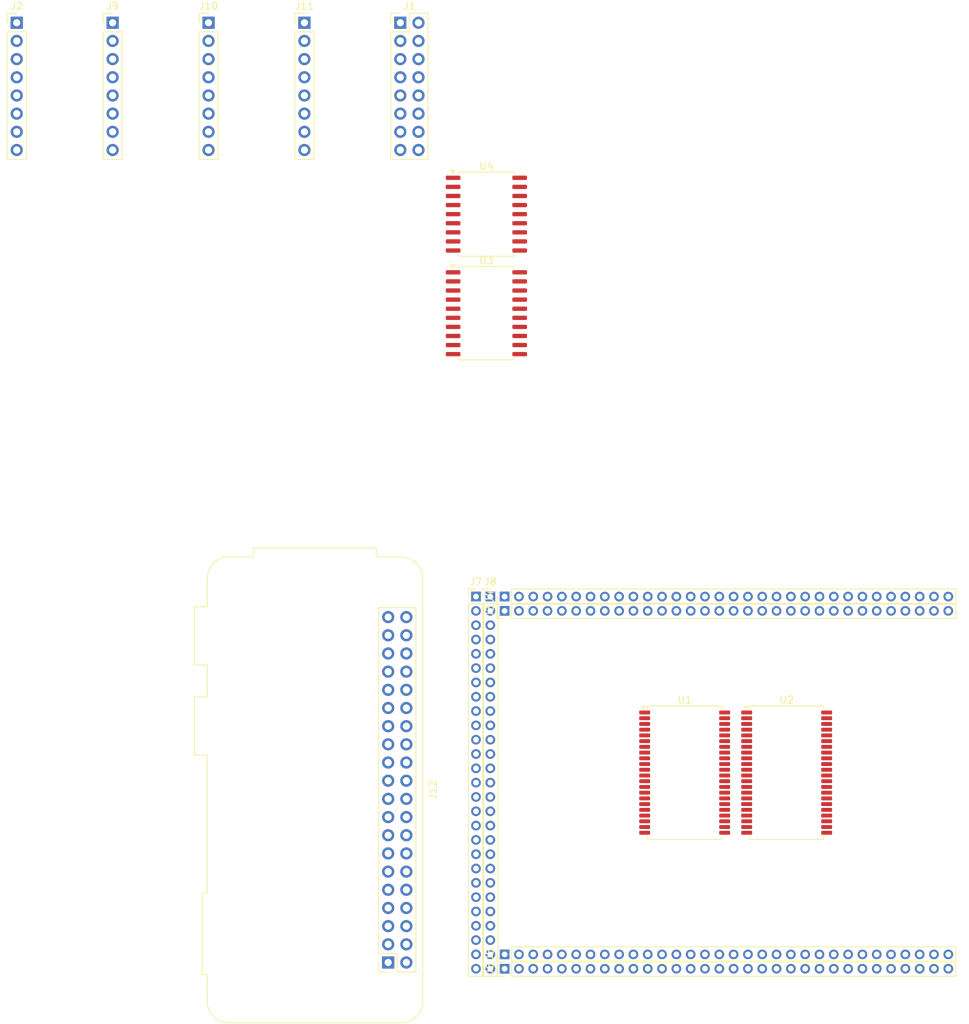
<source format=kicad_pcb>
(kicad_pcb (version 20240108) (generator "pcbnew") (generator_version "8.0")
  (layers (0 "F.Cu" signal) (31 "B.Cu" signal) (34 "B.Paste" user) (35 "F.Paste" user) (36 "B.SilkS" user "B.Silkscreen") (37 "F.SilkS" user "F.Silkscreen") (38 "B.Mask" user) (39 "F.Mask" user) (44 "Edge.Cuts" user))
  (net 0 "")
  (net 2 "Net-(U1-GND-Pad12)")
  (net 16 "Net-(U1-VDD-Pad11)")
  (net 52 "Net-(U2-VDD-Pad11)")
  (net 63 "Net-(U2-GND-Pad12)")
  (net 85 "Net-(J1-Pin_16)")
  (net 86 "Net-(J1-Pin_12)")
  (net 87 "Net-(J1-Pin_5)")
  (net 88 "Net-(J1-Pin_13)")
  (net 89 "Net-(J1-Pin_10)")
  (net 90 "Net-(J1-Pin_8)")
  (net 91 "Net-(J1-Pin_2)")
  (net 92 "Net-(J1-Pin_3)")
  (net 93 "Net-(J1-Pin_9)")
  (net 94 "Net-(J1-Pin_6)")
  (net 95 "Net-(J1-Pin_4)")
  (net 96 "Net-(J1-Pin_14)")
  (net 97 "Net-(J1-Pin_1)")
  (net 98 "Net-(J1-Pin_15)")
  (net 99 "Net-(J1-Pin_7)")
  (net 100 "Net-(J1-Pin_11)")
  (net 101 "/L0_6_N")
  (net 102 "/L0_65_N")
  (net 103 "/L0_3_N")
  (net 104 "/L0_34_N")
  (net 105 "/L0_38_P")
  (net 106 "/L0_5_P")
  (net 107 "/L0_39_P")
  (net 108 "/L1_35_N")
  (net 109 "/L1_34_N")
  (net 110 "/L1_29_P")
  (net 111 "/L0_35_P")
  (net 112 "/L1_38_N")
  (net 113 "/L0_38_N")
  (net 114 "/L0_64_N")
  (net 115 "/L0_63_N")
  (net 116 "/L2_14_P")
  (net 117 "/L1_36_P")
  (net 118 "/L0_40_N")
  (net 119 "/L1_33_P")
  (net 120 "/L0_62_N")
  (net 121 "/L1_31_N")
  (net 122 "/L0_2_P")
  (net 123 "/L0_33_N")
  (net 124 "/L1_31_P")
  (net 125 "/L0_4_P")
  (net 126 "/L0_7_N")
  (net 127 "/L0_63_P")
  (net 128 "/L0_37_P")
  (net 129 "/L3_52_N")
  (net 130 "/L1_53_N")
  (net 131 "/L3_83_N")
  (net 132 "/L0_6_P")
  (net 133 "/L1_1_N")
  (net 134 "/L0_3_P")
  (net 135 "/L1_35_P")
  (net 136 "/L1_29_N")
  (net 137 "/L1_33_N")
  (net 138 "/L0_1_N")
  (net 139 "/L0_65_P")
  (net 140 "/L0_66_N")
  (net 141 "/L0_34_P")
  (net 142 "/L1_32_P")
  (net 143 "/L3_83_P")
  (net 144 "/L0_40_P")
  (net 145 "/L1_41_P")
  (net 146 "/L0_36_P")
  (net 147 "/L0_35_N")
  (net 148 "/L0_64_P")
  (net 149 "/L0_4_N")
  (net 150 "/L0_66_P")
  (net 151 "/L1_36_N")
  (net 152 "/L1_34_P")
  (net 153 "/L0_37_N")
  (net 154 "/L1_39_P")
  (net 155 "/L1_1_P")
  (net 156 "/L0_36_N")
  (net 157 "/L0_39_N")
  (net 158 "/L0_2_N")
  (net 159 "/L0_7_P")
  (net 160 "/L0_33_P")
  (net 161 "/L3_55_P")
  (net 162 "/L0_5_N")
  (net 163 "/L1_47_P")
  (net 164 "/L0_62_P")
  (net 165 "/L1_39_N")
  (net 166 "/L2_47_N")
  (net 167 "/L1_48_P")
  (net 168 "/L1_30_P")
  (net 169 "/L2_49_N")
  (net 170 "/L1_42_N")
  (net 171 "/L2_16_N")
  (net 172 "/L2_12_N")
  (net 173 "+5V")
  (net 174 "/L2_62_N")
  (net 175 "/L1_41_N")
  (net 176 "/L1_52_P")
  (net 177 "/L2_2_N")
  (net 178 "/L1_50_P")
  (net 179 "/L1_74_N")
  (net 180 "/L2_30_P")
  (net 181 "/L2_64_P")
  (net 182 "/L1_45_N")
  (net 183 "/L1_44_P")
  (net 184 "/L2_48_P")
  (net 185 "/L2_32_N")
  (net 186 "/L1_51_P")
  (net 187 "/L1_43_N")
  (net 188 "/L1_74_P")
  (net 189 "/L1_46_N")
  (net 190 "/L2_13_N")
  (net 191 "/L1_43_P")
  (net 192 "/L2_29_P")
  (net 193 "/L1_37_N")
  (net 194 "+3V3")
  (net 195 "/L2_23_P")
  (net 196 "GND")
  (net 197 "/L1_50_N")
  (net 198 "/L2_12_P")
  (net 199 "/L1_40_P")
  (net 200 "/L1_42_P")
  (net 201 "/L1_49_P")
  (net 202 "/L2_62_P")
  (net 203 "/L1_32_N")
  (net 204 "/L2_14_N")
  (net 205 "/L2_48_N")
  (net 206 "/L1_37_P")
  (net 207 "/L2_23_N")
  (net 208 "/L2_64_N")
  (net 209 "/L1_38_P")
  (net 210 "/L2_32_P")
  (net 211 "/L1_51_N")
  (net 212 "/L1_49_N")
  (net 213 "/L1_48_N")
  (net 214 "/L2_30_N")
  (net 215 "/L1_44_N")
  (net 216 "/L1_52_N")
  (net 217 "/L2_16_P")
  (net 218 "/L1_30_N")
  (net 219 "/L1_53_P")
  (net 220 "/L1_46_P")
  (net 221 "/L1_45_P")
  (net 222 "/L2_2_P")
  (net 223 "/L2_49_P")
  (net 224 "/L2_31_N")
  (net 225 "/L1_40_N")
  (net 226 "/L1_47_N")
  (net 227 "/L3_45_P")
  (net 228 "/L3_38_N")
  (net 229 "/L3_37_P")
  (net 230 "/L3_1_N")
  (net 231 "/L3_51_N")
  (net 232 "/L3_47_P")
  (net 233 "/L3_46 _P")
  (net 234 "/L2_47_P")
  (net 235 "/L3_34_P")
  (net 236 "/L3_48_P")
  (net 237 "/L3_44_N")
  (net 238 "/L3_32_N")
  (net 239 "/L3_35_N")
  (net 240 "/L3_43_N")
  (net 241 "/L3_2_N")
  (net 242 "/L3_49_P")
  (net 243 "/L3_48_N")
  (net 244 "/L3_41_P")
  (net 245 "/L3_34_N")
  (net 246 "/L3_55_N")
  (net 247 "/L3_47_N")
  (net 248 "/L3_39_P")
  (net 249 "/L3_41_N")
  (net 250 "/L3_33_P")
  (net 251 "/L3_49_N")
  (net 252 "/L3_38_P")
  (net 253 "/L3_1_P")
  (net 254 "/L3_50_P")
  (net 255 "/L3_53_N")
  (net 256 "/L2_63_N")
  (net 257 "/L3_54_P")
  (net 258 "/L3_42_P")
  (net 259 "/L3_2_P")
  (net 260 "/L3_45_N")
  (net 261 "/L3_33_N")
  (net 262 "/L3_32_P")
  (net 263 "/L3_50_N")
  (net 264 "/L3_44_P")
  (net 265 "/L3_37_N")
  (net 266 "/L3_46_N")
  (net 267 "/L3_53_P")
  (net 268 "/L3_40_N")
  (net 269 "/L3_42_N")
  (net 270 "/L3_43_P")
  (net 271 "/L3_36_P")
  (net 272 "/L2_63_P")
  (net 273 "/L3_35_P")
  (net 274 "/L3_36_N")
  (net 275 "/L3_40_P")
  (net 276 "/L3_52_P")
  (net 277 "/L3_39_N")
  (net 278 "/L3_51_P")
  (net 279 "/L3_54_N")
  (net 280 "/L2_29_N")
  (net 281 "+4V")
  (net 282 "+6V")
  (net 283 "+12V")
  (net 284 "+3.3V")
  (net 288 "Net-(U3-Q0)")
  (net 289 "Net-(U3-Q3)")
  (net 291 "Net-(U3-Q6)")
  (net 294 "Net-(U3-Q7)")
  (net 295 "Net-(U3-Q2)")
  (net 298 "Net-(U3-Q4)")
  (net 299 "Net-(U3-Q5)")
  (net 301 "Net-(U3-Q1)")
  (net 304 "Net-(J12-3V3-Pad1)")
  (net 306 "Net-(J12-GND-Pad14)")
  (net 307 "Net-(J12-5V-Pad2)")
  (footprint "Package_SO:TSOP-II-44_10.16x18.41mm_P0.8mm" (layer "F.Cu") (at 95.1625 106.6)
    (property "Reference" "U1")
    (property "Value" "IS64C5128AL-12CTLA3")
  )
  (footprint "Connector_PinHeader_2.54mm:PinHeader_1x08_P2.54mm_Vertical" (layer "F.Cu") (at 15.225 1.825)
    (property "Reference" "J9")
    (property "Value" "4V")
  )
  (footprint "Connector_PinHeader_2.54mm:PinHeader_2x08_P2.54mm_Vertical" (layer "F.Cu") (at 55.425 1.825)
    (property "Reference" "J1")
    (property "Value" "Conn_02x08_Odd_Even")
  )
  (footprint "Connector_PinHeader_2.00mm:PinHeader_1x27_P2.00mm_Vertical" (layer "F.Cu") (at 68 82)
    (property "Reference" "J8")
    (property "Value" "Conn_01x27")
  )
  (footprint "Connector_PinHeader_2.00mm:PinHeader_1x32_P2.00mm_Vertical" (layer "F.Cu") (at 70 82 90)
    (property "Reference" "J4")
    (property "Value" "Conn_01x32")
  )
  (footprint "Connector_PinHeader_2.54mm:PinHeader_1x08_P2.54mm_Vertical" (layer "F.Cu") (at 28.625 1.825)
    (property "Reference" "J10")
    (property "Value" "6V")
  )
  (footprint "Connector_PinHeader_2.54mm:PinHeader_1x08_P2.54mm_Vertical" (layer "F.Cu") (at 42.025 1.825)
    (property "Reference" "J11")
    (property "Value" "12V")
  )
  (footprint "Package_SO:TSOP-II-44_10.16x18.41mm_P0.8mm" (layer "F.Cu") (at 109.4125 106.6)
    (property "Reference" "U2")
    (property "Value" "IS64C5128AL-12CTLA3")
  )
  (footprint "Package_SO:SOIC-20W_7.5x12.8mm_P1.27mm" (layer "F.Cu") (at 67.455 42.415)
    (property "Reference" "U3")
    (property "Value" "74HC574")
  )
  (footprint "Module:Raspberry_Pi_Zero_Socketed_THT_FaceDown_MountingHoles" (layer "F.Cu") (at 53.73 133.13 180)
    (property "Reference" "J12")
    (property "Value" "Raspberry_Pi_4")
  )
  (footprint "Connector_PinHeader_2.00mm:PinHeader_1x32_P2.00mm_Vertical" (layer "F.Cu") (at 70 84 90)
    (property "Reference" "J3")
    (property "Value" "Conn_01x32")
  )
  (footprint "Connector_PinHeader_2.00mm:PinHeader_1x32_P2.00mm_Vertical" (layer "F.Cu") (at 70 132 90)
    (property "Reference" "J5")
    (property "Value" "Conn_01x32")
  )
  (footprint "Connector_PinHeader_2.00mm:PinHeader_1x32_P2.00mm_Vertical" (layer "F.Cu") (at 70 134 90)
    (property "Reference" "J6")
    (property "Value" "Conn_01x32")
  )
  (footprint "Connector_PinHeader_2.54mm:PinHeader_1x08_P2.54mm_Vertical" (layer "F.Cu") (at 1.825 1.825)
    (property "Reference" "J2")
    (property "Value" "Power")
  )
  (footprint "Package_SO:SOIC-18W_7.5x11.6mm_P1.27mm" (layer "F.Cu") (at 67.455 28.57)
    (property "Reference" "U4")
    (property "Value" "ULN2803A")
  )
  (footprint "Connector_PinHeader_2.00mm:PinHeader_1x27_P2.00mm_Vertical" (layer "F.Cu") (at 66 82)
    (property "Reference" "J7")
    (property "Value" "Conn_01x27")
  )
)
</source>
